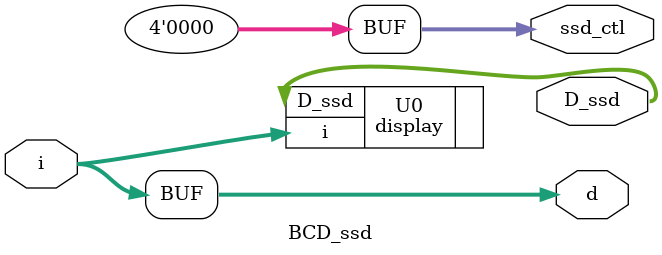
<source format=v>
`timescale 1ns / 1ps


module BCD_ssd(
    input [3:0]i,
    output [7:0]D_ssd,
    output reg [3:0]d,
    output reg [3:0]ssd_ctl
    );
display U0(.i(i),.D_ssd(D_ssd));
always @*
begin
    d = i;
    ssd_ctl = 4'b0000;
end
endmodule

</source>
